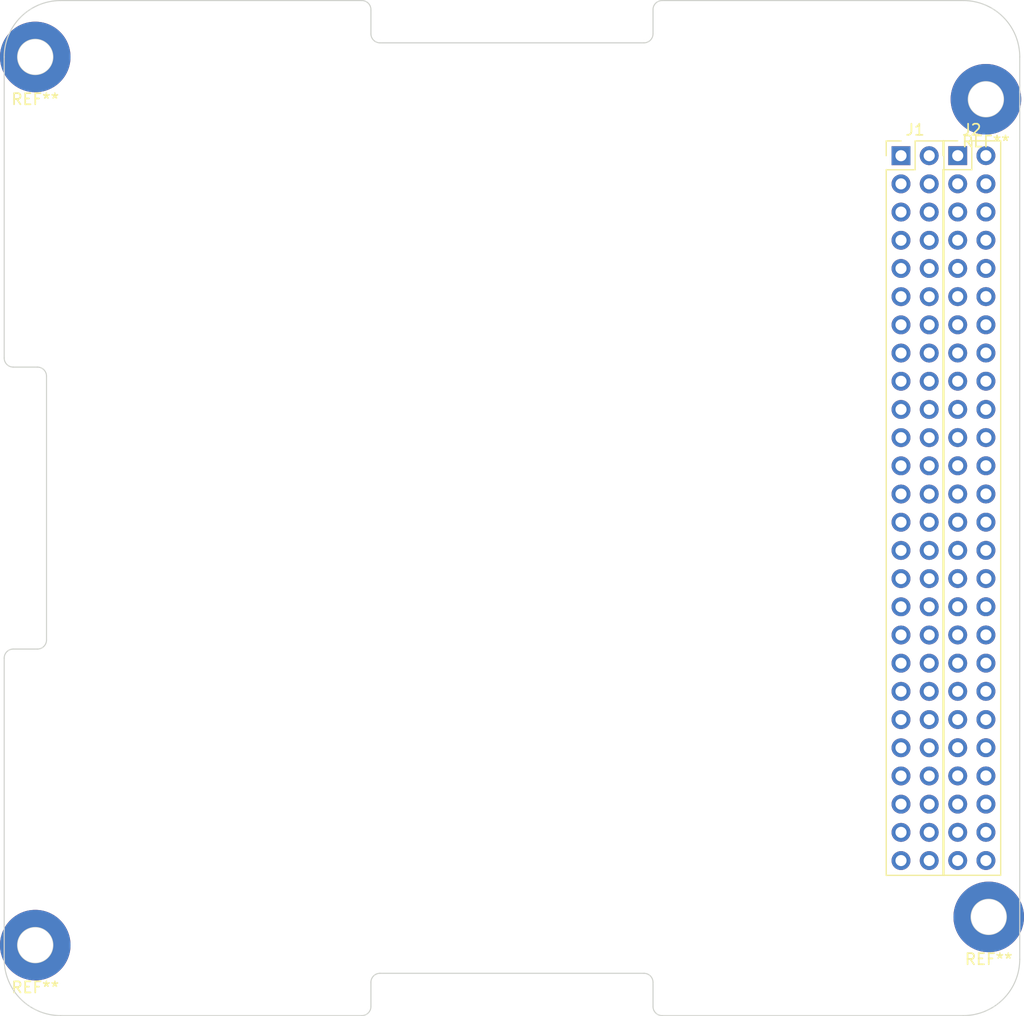
<source format=kicad_pcb>
(kicad_pcb (version 4) (host pcbnew 4.0.7)

  (general
    (links 0)
    (no_connects 0)
    (area 14.085099 14.275599 106.293094 105.815601)
    (thickness 1.6)
    (drawings 36)
    (tracks 0)
    (zones 0)
    (modules 6)
    (nets 105)
  )

  (page A4)
  (layers
    (0 F.Cu signal)
    (31 B.Cu signal)
    (32 B.Adhes user)
    (33 F.Adhes user)
    (34 B.Paste user)
    (35 F.Paste user)
    (36 B.SilkS user)
    (37 F.SilkS user)
    (38 B.Mask user)
    (39 F.Mask user)
    (40 Dwgs.User user hide)
    (41 Cmts.User user)
    (42 Eco1.User user hide)
    (43 Eco2.User user hide)
    (44 Edge.Cuts user)
    (45 Margin user)
    (46 B.CrtYd user hide)
    (47 F.CrtYd user hide)
    (48 B.Fab user hide)
    (49 F.Fab user hide)
  )

  (setup
    (last_trace_width 0.25)
    (trace_clearance 0.2)
    (zone_clearance 0.508)
    (zone_45_only no)
    (trace_min 0.2)
    (segment_width 0.2)
    (edge_width 0.15)
    (via_size 0.6)
    (via_drill 0.4)
    (via_min_size 0.4)
    (via_min_drill 0.3)
    (uvia_size 0.3)
    (uvia_drill 0.1)
    (uvias_allowed no)
    (uvia_min_size 0.2)
    (uvia_min_drill 0.1)
    (pcb_text_width 0.3)
    (pcb_text_size 1.5 1.5)
    (mod_edge_width 0.15)
    (mod_text_size 1 1)
    (mod_text_width 0.15)
    (pad_size 1.524 1.524)
    (pad_drill 0.762)
    (pad_to_mask_clearance 0.2)
    (aux_axis_origin 59.85776 60.04572)
    (grid_origin 59.85776 60.04572)
    (visible_elements 7FFFFFFF)
    (pcbplotparams
      (layerselection 0x00030_80000001)
      (usegerberextensions false)
      (excludeedgelayer true)
      (linewidth 0.100000)
      (plotframeref false)
      (viasonmask false)
      (mode 1)
      (useauxorigin false)
      (hpglpennumber 1)
      (hpglpenspeed 20)
      (hpglpendiameter 15)
      (hpglpenoverlay 2)
      (psnegative false)
      (psa4output false)
      (plotreference true)
      (plotvalue true)
      (plotinvisibletext false)
      (padsonsilk false)
      (subtractmaskfromsilk false)
      (outputformat 1)
      (mirror false)
      (drillshape 1)
      (scaleselection 1)
      (outputdirectory ""))
  )

  (net 0 "")
  (net 1 "Net-(J1-Pad1)")
  (net 2 "Net-(J1-Pad2)")
  (net 3 "Net-(J1-Pad3)")
  (net 4 "Net-(J1-Pad4)")
  (net 5 "Net-(J1-Pad5)")
  (net 6 "Net-(J1-Pad6)")
  (net 7 "Net-(J1-Pad7)")
  (net 8 "Net-(J1-Pad8)")
  (net 9 "Net-(J1-Pad9)")
  (net 10 "Net-(J1-Pad10)")
  (net 11 "Net-(J1-Pad11)")
  (net 12 "Net-(J1-Pad12)")
  (net 13 "Net-(J1-Pad13)")
  (net 14 "Net-(J1-Pad14)")
  (net 15 "Net-(J1-Pad15)")
  (net 16 "Net-(J1-Pad16)")
  (net 17 "Net-(J1-Pad17)")
  (net 18 "Net-(J1-Pad18)")
  (net 19 "Net-(J1-Pad19)")
  (net 20 "Net-(J1-Pad20)")
  (net 21 "Net-(J1-Pad21)")
  (net 22 "Net-(J1-Pad22)")
  (net 23 "Net-(J1-Pad23)")
  (net 24 "Net-(J1-Pad24)")
  (net 25 "Net-(J1-Pad25)")
  (net 26 "Net-(J1-Pad26)")
  (net 27 "Net-(J1-Pad27)")
  (net 28 "Net-(J1-Pad28)")
  (net 29 "Net-(J1-Pad29)")
  (net 30 "Net-(J1-Pad30)")
  (net 31 "Net-(J1-Pad31)")
  (net 32 "Net-(J1-Pad32)")
  (net 33 "Net-(J1-Pad33)")
  (net 34 "Net-(J1-Pad34)")
  (net 35 "Net-(J1-Pad35)")
  (net 36 "Net-(J1-Pad36)")
  (net 37 "Net-(J1-Pad37)")
  (net 38 "Net-(J1-Pad38)")
  (net 39 "Net-(J1-Pad39)")
  (net 40 "Net-(J1-Pad40)")
  (net 41 "Net-(J1-Pad41)")
  (net 42 "Net-(J1-Pad42)")
  (net 43 "Net-(J1-Pad43)")
  (net 44 "Net-(J1-Pad44)")
  (net 45 "Net-(J1-Pad45)")
  (net 46 "Net-(J1-Pad46)")
  (net 47 "Net-(J1-Pad47)")
  (net 48 "Net-(J1-Pad48)")
  (net 49 "Net-(J1-Pad49)")
  (net 50 "Net-(J1-Pad50)")
  (net 51 "Net-(J1-Pad51)")
  (net 52 "Net-(J1-Pad52)")
  (net 53 "Net-(J2-Pad1)")
  (net 54 "Net-(J2-Pad2)")
  (net 55 "Net-(J2-Pad3)")
  (net 56 "Net-(J2-Pad4)")
  (net 57 "Net-(J2-Pad5)")
  (net 58 "Net-(J2-Pad6)")
  (net 59 "Net-(J2-Pad7)")
  (net 60 "Net-(J2-Pad8)")
  (net 61 "Net-(J2-Pad9)")
  (net 62 "Net-(J2-Pad10)")
  (net 63 "Net-(J2-Pad11)")
  (net 64 "Net-(J2-Pad12)")
  (net 65 "Net-(J2-Pad13)")
  (net 66 "Net-(J2-Pad14)")
  (net 67 "Net-(J2-Pad15)")
  (net 68 "Net-(J2-Pad16)")
  (net 69 "Net-(J2-Pad17)")
  (net 70 "Net-(J2-Pad18)")
  (net 71 "Net-(J2-Pad19)")
  (net 72 "Net-(J2-Pad20)")
  (net 73 "Net-(J2-Pad21)")
  (net 74 "Net-(J2-Pad22)")
  (net 75 "Net-(J2-Pad23)")
  (net 76 "Net-(J2-Pad24)")
  (net 77 "Net-(J2-Pad25)")
  (net 78 "Net-(J2-Pad26)")
  (net 79 "Net-(J2-Pad27)")
  (net 80 "Net-(J2-Pad28)")
  (net 81 "Net-(J2-Pad29)")
  (net 82 "Net-(J2-Pad30)")
  (net 83 "Net-(J2-Pad31)")
  (net 84 "Net-(J2-Pad32)")
  (net 85 "Net-(J2-Pad33)")
  (net 86 "Net-(J2-Pad34)")
  (net 87 "Net-(J2-Pad35)")
  (net 88 "Net-(J2-Pad36)")
  (net 89 "Net-(J2-Pad37)")
  (net 90 "Net-(J2-Pad38)")
  (net 91 "Net-(J2-Pad39)")
  (net 92 "Net-(J2-Pad40)")
  (net 93 "Net-(J2-Pad41)")
  (net 94 "Net-(J2-Pad42)")
  (net 95 "Net-(J2-Pad43)")
  (net 96 "Net-(J2-Pad44)")
  (net 97 "Net-(J2-Pad45)")
  (net 98 "Net-(J2-Pad46)")
  (net 99 "Net-(J2-Pad47)")
  (net 100 "Net-(J2-Pad48)")
  (net 101 "Net-(J2-Pad49)")
  (net 102 "Net-(J2-Pad50)")
  (net 103 "Net-(J2-Pad51)")
  (net 104 "Net-(J2-Pad52)")

  (net_class Default "This is the default net class."
    (clearance 0.2)
    (trace_width 0.25)
    (via_dia 0.6)
    (via_drill 0.4)
    (uvia_dia 0.3)
    (uvia_drill 0.1)
    (add_net "Net-(J1-Pad1)")
    (add_net "Net-(J1-Pad10)")
    (add_net "Net-(J1-Pad11)")
    (add_net "Net-(J1-Pad12)")
    (add_net "Net-(J1-Pad13)")
    (add_net "Net-(J1-Pad14)")
    (add_net "Net-(J1-Pad15)")
    (add_net "Net-(J1-Pad16)")
    (add_net "Net-(J1-Pad17)")
    (add_net "Net-(J1-Pad18)")
    (add_net "Net-(J1-Pad19)")
    (add_net "Net-(J1-Pad2)")
    (add_net "Net-(J1-Pad20)")
    (add_net "Net-(J1-Pad21)")
    (add_net "Net-(J1-Pad22)")
    (add_net "Net-(J1-Pad23)")
    (add_net "Net-(J1-Pad24)")
    (add_net "Net-(J1-Pad25)")
    (add_net "Net-(J1-Pad26)")
    (add_net "Net-(J1-Pad27)")
    (add_net "Net-(J1-Pad28)")
    (add_net "Net-(J1-Pad29)")
    (add_net "Net-(J1-Pad3)")
    (add_net "Net-(J1-Pad30)")
    (add_net "Net-(J1-Pad31)")
    (add_net "Net-(J1-Pad32)")
    (add_net "Net-(J1-Pad33)")
    (add_net "Net-(J1-Pad34)")
    (add_net "Net-(J1-Pad35)")
    (add_net "Net-(J1-Pad36)")
    (add_net "Net-(J1-Pad37)")
    (add_net "Net-(J1-Pad38)")
    (add_net "Net-(J1-Pad39)")
    (add_net "Net-(J1-Pad4)")
    (add_net "Net-(J1-Pad40)")
    (add_net "Net-(J1-Pad41)")
    (add_net "Net-(J1-Pad42)")
    (add_net "Net-(J1-Pad43)")
    (add_net "Net-(J1-Pad44)")
    (add_net "Net-(J1-Pad45)")
    (add_net "Net-(J1-Pad46)")
    (add_net "Net-(J1-Pad47)")
    (add_net "Net-(J1-Pad48)")
    (add_net "Net-(J1-Pad49)")
    (add_net "Net-(J1-Pad5)")
    (add_net "Net-(J1-Pad50)")
    (add_net "Net-(J1-Pad51)")
    (add_net "Net-(J1-Pad52)")
    (add_net "Net-(J1-Pad6)")
    (add_net "Net-(J1-Pad7)")
    (add_net "Net-(J1-Pad8)")
    (add_net "Net-(J1-Pad9)")
    (add_net "Net-(J2-Pad1)")
    (add_net "Net-(J2-Pad10)")
    (add_net "Net-(J2-Pad11)")
    (add_net "Net-(J2-Pad12)")
    (add_net "Net-(J2-Pad13)")
    (add_net "Net-(J2-Pad14)")
    (add_net "Net-(J2-Pad15)")
    (add_net "Net-(J2-Pad16)")
    (add_net "Net-(J2-Pad17)")
    (add_net "Net-(J2-Pad18)")
    (add_net "Net-(J2-Pad19)")
    (add_net "Net-(J2-Pad2)")
    (add_net "Net-(J2-Pad20)")
    (add_net "Net-(J2-Pad21)")
    (add_net "Net-(J2-Pad22)")
    (add_net "Net-(J2-Pad23)")
    (add_net "Net-(J2-Pad24)")
    (add_net "Net-(J2-Pad25)")
    (add_net "Net-(J2-Pad26)")
    (add_net "Net-(J2-Pad27)")
    (add_net "Net-(J2-Pad28)")
    (add_net "Net-(J2-Pad29)")
    (add_net "Net-(J2-Pad3)")
    (add_net "Net-(J2-Pad30)")
    (add_net "Net-(J2-Pad31)")
    (add_net "Net-(J2-Pad32)")
    (add_net "Net-(J2-Pad33)")
    (add_net "Net-(J2-Pad34)")
    (add_net "Net-(J2-Pad35)")
    (add_net "Net-(J2-Pad36)")
    (add_net "Net-(J2-Pad37)")
    (add_net "Net-(J2-Pad38)")
    (add_net "Net-(J2-Pad39)")
    (add_net "Net-(J2-Pad4)")
    (add_net "Net-(J2-Pad40)")
    (add_net "Net-(J2-Pad41)")
    (add_net "Net-(J2-Pad42)")
    (add_net "Net-(J2-Pad43)")
    (add_net "Net-(J2-Pad44)")
    (add_net "Net-(J2-Pad45)")
    (add_net "Net-(J2-Pad46)")
    (add_net "Net-(J2-Pad47)")
    (add_net "Net-(J2-Pad48)")
    (add_net "Net-(J2-Pad49)")
    (add_net "Net-(J2-Pad5)")
    (add_net "Net-(J2-Pad50)")
    (add_net "Net-(J2-Pad51)")
    (add_net "Net-(J2-Pad52)")
    (add_net "Net-(J2-Pad6)")
    (add_net "Net-(J2-Pad7)")
    (add_net "Net-(J2-Pad8)")
    (add_net "Net-(J2-Pad9)")
  )

  (module Pin_Headers:Pin_Header_Straight_2x26_Pitch2.54mm (layer F.Cu) (tedit 59650533) (tstamp 59E2CD6E)
    (at 94.88436 28.3008)
    (descr "Through hole straight pin header, 2x26, 2.54mm pitch, double rows")
    (tags "Through hole pin header THT 2x26 2.54mm double row")
    (path /59E2C8CE)
    (fp_text reference J1 (at 1.27 -2.33) (layer F.SilkS)
      (effects (font (size 1 1) (thickness 0.15)))
    )
    (fp_text value CONN_02X26 (at 1.27 65.83) (layer F.Fab)
      (effects (font (size 1 1) (thickness 0.15)))
    )
    (fp_line (start 0 -1.27) (end 3.81 -1.27) (layer F.Fab) (width 0.1))
    (fp_line (start 3.81 -1.27) (end 3.81 64.77) (layer F.Fab) (width 0.1))
    (fp_line (start 3.81 64.77) (end -1.27 64.77) (layer F.Fab) (width 0.1))
    (fp_line (start -1.27 64.77) (end -1.27 0) (layer F.Fab) (width 0.1))
    (fp_line (start -1.27 0) (end 0 -1.27) (layer F.Fab) (width 0.1))
    (fp_line (start -1.33 64.83) (end 3.87 64.83) (layer F.SilkS) (width 0.12))
    (fp_line (start -1.33 1.27) (end -1.33 64.83) (layer F.SilkS) (width 0.12))
    (fp_line (start 3.87 -1.33) (end 3.87 64.83) (layer F.SilkS) (width 0.12))
    (fp_line (start -1.33 1.27) (end 1.27 1.27) (layer F.SilkS) (width 0.12))
    (fp_line (start 1.27 1.27) (end 1.27 -1.33) (layer F.SilkS) (width 0.12))
    (fp_line (start 1.27 -1.33) (end 3.87 -1.33) (layer F.SilkS) (width 0.12))
    (fp_line (start -1.33 0) (end -1.33 -1.33) (layer F.SilkS) (width 0.12))
    (fp_line (start -1.33 -1.33) (end 0 -1.33) (layer F.SilkS) (width 0.12))
    (fp_line (start -1.8 -1.8) (end -1.8 65.3) (layer F.CrtYd) (width 0.05))
    (fp_line (start -1.8 65.3) (end 4.35 65.3) (layer F.CrtYd) (width 0.05))
    (fp_line (start 4.35 65.3) (end 4.35 -1.8) (layer F.CrtYd) (width 0.05))
    (fp_line (start 4.35 -1.8) (end -1.8 -1.8) (layer F.CrtYd) (width 0.05))
    (fp_text user %R (at 1.27 31.75 90) (layer F.Fab)
      (effects (font (size 1 1) (thickness 0.15)))
    )
    (pad 1 thru_hole rect (at 0 0) (size 1.7 1.7) (drill 1) (layers *.Cu *.Mask)
      (net 1 "Net-(J1-Pad1)"))
    (pad 2 thru_hole oval (at 2.54 0) (size 1.7 1.7) (drill 1) (layers *.Cu *.Mask)
      (net 2 "Net-(J1-Pad2)"))
    (pad 3 thru_hole oval (at 0 2.54) (size 1.7 1.7) (drill 1) (layers *.Cu *.Mask)
      (net 3 "Net-(J1-Pad3)"))
    (pad 4 thru_hole oval (at 2.54 2.54) (size 1.7 1.7) (drill 1) (layers *.Cu *.Mask)
      (net 4 "Net-(J1-Pad4)"))
    (pad 5 thru_hole oval (at 0 5.08) (size 1.7 1.7) (drill 1) (layers *.Cu *.Mask)
      (net 5 "Net-(J1-Pad5)"))
    (pad 6 thru_hole oval (at 2.54 5.08) (size 1.7 1.7) (drill 1) (layers *.Cu *.Mask)
      (net 6 "Net-(J1-Pad6)"))
    (pad 7 thru_hole oval (at 0 7.62) (size 1.7 1.7) (drill 1) (layers *.Cu *.Mask)
      (net 7 "Net-(J1-Pad7)"))
    (pad 8 thru_hole oval (at 2.54 7.62) (size 1.7 1.7) (drill 1) (layers *.Cu *.Mask)
      (net 8 "Net-(J1-Pad8)"))
    (pad 9 thru_hole oval (at 0 10.16) (size 1.7 1.7) (drill 1) (layers *.Cu *.Mask)
      (net 9 "Net-(J1-Pad9)"))
    (pad 10 thru_hole oval (at 2.54 10.16) (size 1.7 1.7) (drill 1) (layers *.Cu *.Mask)
      (net 10 "Net-(J1-Pad10)"))
    (pad 11 thru_hole oval (at 0 12.7) (size 1.7 1.7) (drill 1) (layers *.Cu *.Mask)
      (net 11 "Net-(J1-Pad11)"))
    (pad 12 thru_hole oval (at 2.54 12.7) (size 1.7 1.7) (drill 1) (layers *.Cu *.Mask)
      (net 12 "Net-(J1-Pad12)"))
    (pad 13 thru_hole oval (at 0 15.24) (size 1.7 1.7) (drill 1) (layers *.Cu *.Mask)
      (net 13 "Net-(J1-Pad13)"))
    (pad 14 thru_hole oval (at 2.54 15.24) (size 1.7 1.7) (drill 1) (layers *.Cu *.Mask)
      (net 14 "Net-(J1-Pad14)"))
    (pad 15 thru_hole oval (at 0 17.78) (size 1.7 1.7) (drill 1) (layers *.Cu *.Mask)
      (net 15 "Net-(J1-Pad15)"))
    (pad 16 thru_hole oval (at 2.54 17.78) (size 1.7 1.7) (drill 1) (layers *.Cu *.Mask)
      (net 16 "Net-(J1-Pad16)"))
    (pad 17 thru_hole oval (at 0 20.32) (size 1.7 1.7) (drill 1) (layers *.Cu *.Mask)
      (net 17 "Net-(J1-Pad17)"))
    (pad 18 thru_hole oval (at 2.54 20.32) (size 1.7 1.7) (drill 1) (layers *.Cu *.Mask)
      (net 18 "Net-(J1-Pad18)"))
    (pad 19 thru_hole oval (at 0 22.86) (size 1.7 1.7) (drill 1) (layers *.Cu *.Mask)
      (net 19 "Net-(J1-Pad19)"))
    (pad 20 thru_hole oval (at 2.54 22.86) (size 1.7 1.7) (drill 1) (layers *.Cu *.Mask)
      (net 20 "Net-(J1-Pad20)"))
    (pad 21 thru_hole oval (at 0 25.4) (size 1.7 1.7) (drill 1) (layers *.Cu *.Mask)
      (net 21 "Net-(J1-Pad21)"))
    (pad 22 thru_hole oval (at 2.54 25.4) (size 1.7 1.7) (drill 1) (layers *.Cu *.Mask)
      (net 22 "Net-(J1-Pad22)"))
    (pad 23 thru_hole oval (at 0 27.94) (size 1.7 1.7) (drill 1) (layers *.Cu *.Mask)
      (net 23 "Net-(J1-Pad23)"))
    (pad 24 thru_hole oval (at 2.54 27.94) (size 1.7 1.7) (drill 1) (layers *.Cu *.Mask)
      (net 24 "Net-(J1-Pad24)"))
    (pad 25 thru_hole oval (at 0 30.48) (size 1.7 1.7) (drill 1) (layers *.Cu *.Mask)
      (net 25 "Net-(J1-Pad25)"))
    (pad 26 thru_hole oval (at 2.54 30.48) (size 1.7 1.7) (drill 1) (layers *.Cu *.Mask)
      (net 26 "Net-(J1-Pad26)"))
    (pad 27 thru_hole oval (at 0 33.02) (size 1.7 1.7) (drill 1) (layers *.Cu *.Mask)
      (net 27 "Net-(J1-Pad27)"))
    (pad 28 thru_hole oval (at 2.54 33.02) (size 1.7 1.7) (drill 1) (layers *.Cu *.Mask)
      (net 28 "Net-(J1-Pad28)"))
    (pad 29 thru_hole oval (at 0 35.56) (size 1.7 1.7) (drill 1) (layers *.Cu *.Mask)
      (net 29 "Net-(J1-Pad29)"))
    (pad 30 thru_hole oval (at 2.54 35.56) (size 1.7 1.7) (drill 1) (layers *.Cu *.Mask)
      (net 30 "Net-(J1-Pad30)"))
    (pad 31 thru_hole oval (at 0 38.1) (size 1.7 1.7) (drill 1) (layers *.Cu *.Mask)
      (net 31 "Net-(J1-Pad31)"))
    (pad 32 thru_hole oval (at 2.54 38.1) (size 1.7 1.7) (drill 1) (layers *.Cu *.Mask)
      (net 32 "Net-(J1-Pad32)"))
    (pad 33 thru_hole oval (at 0 40.64) (size 1.7 1.7) (drill 1) (layers *.Cu *.Mask)
      (net 33 "Net-(J1-Pad33)"))
    (pad 34 thru_hole oval (at 2.54 40.64) (size 1.7 1.7) (drill 1) (layers *.Cu *.Mask)
      (net 34 "Net-(J1-Pad34)"))
    (pad 35 thru_hole oval (at 0 43.18) (size 1.7 1.7) (drill 1) (layers *.Cu *.Mask)
      (net 35 "Net-(J1-Pad35)"))
    (pad 36 thru_hole oval (at 2.54 43.18) (size 1.7 1.7) (drill 1) (layers *.Cu *.Mask)
      (net 36 "Net-(J1-Pad36)"))
    (pad 37 thru_hole oval (at 0 45.72) (size 1.7 1.7) (drill 1) (layers *.Cu *.Mask)
      (net 37 "Net-(J1-Pad37)"))
    (pad 38 thru_hole oval (at 2.54 45.72) (size 1.7 1.7) (drill 1) (layers *.Cu *.Mask)
      (net 38 "Net-(J1-Pad38)"))
    (pad 39 thru_hole oval (at 0 48.26) (size 1.7 1.7) (drill 1) (layers *.Cu *.Mask)
      (net 39 "Net-(J1-Pad39)"))
    (pad 40 thru_hole oval (at 2.54 48.26) (size 1.7 1.7) (drill 1) (layers *.Cu *.Mask)
      (net 40 "Net-(J1-Pad40)"))
    (pad 41 thru_hole oval (at 0 50.8) (size 1.7 1.7) (drill 1) (layers *.Cu *.Mask)
      (net 41 "Net-(J1-Pad41)"))
    (pad 42 thru_hole oval (at 2.54 50.8) (size 1.7 1.7) (drill 1) (layers *.Cu *.Mask)
      (net 42 "Net-(J1-Pad42)"))
    (pad 43 thru_hole oval (at 0 53.34) (size 1.7 1.7) (drill 1) (layers *.Cu *.Mask)
      (net 43 "Net-(J1-Pad43)"))
    (pad 44 thru_hole oval (at 2.54 53.34) (size 1.7 1.7) (drill 1) (layers *.Cu *.Mask)
      (net 44 "Net-(J1-Pad44)"))
    (pad 45 thru_hole oval (at 0 55.88) (size 1.7 1.7) (drill 1) (layers *.Cu *.Mask)
      (net 45 "Net-(J1-Pad45)"))
    (pad 46 thru_hole oval (at 2.54 55.88) (size 1.7 1.7) (drill 1) (layers *.Cu *.Mask)
      (net 46 "Net-(J1-Pad46)"))
    (pad 47 thru_hole oval (at 0 58.42) (size 1.7 1.7) (drill 1) (layers *.Cu *.Mask)
      (net 47 "Net-(J1-Pad47)"))
    (pad 48 thru_hole oval (at 2.54 58.42) (size 1.7 1.7) (drill 1) (layers *.Cu *.Mask)
      (net 48 "Net-(J1-Pad48)"))
    (pad 49 thru_hole oval (at 0 60.96) (size 1.7 1.7) (drill 1) (layers *.Cu *.Mask)
      (net 49 "Net-(J1-Pad49)"))
    (pad 50 thru_hole oval (at 2.54 60.96) (size 1.7 1.7) (drill 1) (layers *.Cu *.Mask)
      (net 50 "Net-(J1-Pad50)"))
    (pad 51 thru_hole oval (at 0 63.5) (size 1.7 1.7) (drill 1) (layers *.Cu *.Mask)
      (net 51 "Net-(J1-Pad51)"))
    (pad 52 thru_hole oval (at 2.54 63.5) (size 1.7 1.7) (drill 1) (layers *.Cu *.Mask)
      (net 52 "Net-(J1-Pad52)"))
    (model ${KISYS3DMOD}/Pin_Headers.3dshapes/Pin_Header_Straight_2x26_Pitch2.54mm.wrl
      (at (xyz 0 0 0))
      (scale (xyz 1 1 1))
      (rotate (xyz 0 0 0))
    )
  )

  (module Pin_Headers:Pin_Header_Straight_2x26_Pitch2.54mm (layer F.Cu) (tedit 59650533) (tstamp 59E2CDA6)
    (at 99.98976 28.29572)
    (descr "Through hole straight pin header, 2x26, 2.54mm pitch, double rows")
    (tags "Through hole pin header THT 2x26 2.54mm double row")
    (path /59E2C8F9)
    (fp_text reference J2 (at 1.27 -2.33) (layer F.SilkS)
      (effects (font (size 1 1) (thickness 0.15)))
    )
    (fp_text value CONN_02X26 (at 1.27 65.83) (layer F.Fab)
      (effects (font (size 1 1) (thickness 0.15)))
    )
    (fp_line (start 0 -1.27) (end 3.81 -1.27) (layer F.Fab) (width 0.1))
    (fp_line (start 3.81 -1.27) (end 3.81 64.77) (layer F.Fab) (width 0.1))
    (fp_line (start 3.81 64.77) (end -1.27 64.77) (layer F.Fab) (width 0.1))
    (fp_line (start -1.27 64.77) (end -1.27 0) (layer F.Fab) (width 0.1))
    (fp_line (start -1.27 0) (end 0 -1.27) (layer F.Fab) (width 0.1))
    (fp_line (start -1.33 64.83) (end 3.87 64.83) (layer F.SilkS) (width 0.12))
    (fp_line (start -1.33 1.27) (end -1.33 64.83) (layer F.SilkS) (width 0.12))
    (fp_line (start 3.87 -1.33) (end 3.87 64.83) (layer F.SilkS) (width 0.12))
    (fp_line (start -1.33 1.27) (end 1.27 1.27) (layer F.SilkS) (width 0.12))
    (fp_line (start 1.27 1.27) (end 1.27 -1.33) (layer F.SilkS) (width 0.12))
    (fp_line (start 1.27 -1.33) (end 3.87 -1.33) (layer F.SilkS) (width 0.12))
    (fp_line (start -1.33 0) (end -1.33 -1.33) (layer F.SilkS) (width 0.12))
    (fp_line (start -1.33 -1.33) (end 0 -1.33) (layer F.SilkS) (width 0.12))
    (fp_line (start -1.8 -1.8) (end -1.8 65.3) (layer F.CrtYd) (width 0.05))
    (fp_line (start -1.8 65.3) (end 4.35 65.3) (layer F.CrtYd) (width 0.05))
    (fp_line (start 4.35 65.3) (end 4.35 -1.8) (layer F.CrtYd) (width 0.05))
    (fp_line (start 4.35 -1.8) (end -1.8 -1.8) (layer F.CrtYd) (width 0.05))
    (fp_text user %R (at 1.27 31.75 90) (layer F.Fab)
      (effects (font (size 1 1) (thickness 0.15)))
    )
    (pad 1 thru_hole rect (at 0 0) (size 1.7 1.7) (drill 1) (layers *.Cu *.Mask)
      (net 53 "Net-(J2-Pad1)"))
    (pad 2 thru_hole oval (at 2.54 0) (size 1.7 1.7) (drill 1) (layers *.Cu *.Mask)
      (net 54 "Net-(J2-Pad2)"))
    (pad 3 thru_hole oval (at 0 2.54) (size 1.7 1.7) (drill 1) (layers *.Cu *.Mask)
      (net 55 "Net-(J2-Pad3)"))
    (pad 4 thru_hole oval (at 2.54 2.54) (size 1.7 1.7) (drill 1) (layers *.Cu *.Mask)
      (net 56 "Net-(J2-Pad4)"))
    (pad 5 thru_hole oval (at 0 5.08) (size 1.7 1.7) (drill 1) (layers *.Cu *.Mask)
      (net 57 "Net-(J2-Pad5)"))
    (pad 6 thru_hole oval (at 2.54 5.08) (size 1.7 1.7) (drill 1) (layers *.Cu *.Mask)
      (net 58 "Net-(J2-Pad6)"))
    (pad 7 thru_hole oval (at 0 7.62) (size 1.7 1.7) (drill 1) (layers *.Cu *.Mask)
      (net 59 "Net-(J2-Pad7)"))
    (pad 8 thru_hole oval (at 2.54 7.62) (size 1.7 1.7) (drill 1) (layers *.Cu *.Mask)
      (net 60 "Net-(J2-Pad8)"))
    (pad 9 thru_hole oval (at 0 10.16) (size 1.7 1.7) (drill 1) (layers *.Cu *.Mask)
      (net 61 "Net-(J2-Pad9)"))
    (pad 10 thru_hole oval (at 2.54 10.16) (size 1.7 1.7) (drill 1) (layers *.Cu *.Mask)
      (net 62 "Net-(J2-Pad10)"))
    (pad 11 thru_hole oval (at 0 12.7) (size 1.7 1.7) (drill 1) (layers *.Cu *.Mask)
      (net 63 "Net-(J2-Pad11)"))
    (pad 12 thru_hole oval (at 2.54 12.7) (size 1.7 1.7) (drill 1) (layers *.Cu *.Mask)
      (net 64 "Net-(J2-Pad12)"))
    (pad 13 thru_hole oval (at 0 15.24) (size 1.7 1.7) (drill 1) (layers *.Cu *.Mask)
      (net 65 "Net-(J2-Pad13)"))
    (pad 14 thru_hole oval (at 2.54 15.24) (size 1.7 1.7) (drill 1) (layers *.Cu *.Mask)
      (net 66 "Net-(J2-Pad14)"))
    (pad 15 thru_hole oval (at 0 17.78) (size 1.7 1.7) (drill 1) (layers *.Cu *.Mask)
      (net 67 "Net-(J2-Pad15)"))
    (pad 16 thru_hole oval (at 2.54 17.78) (size 1.7 1.7) (drill 1) (layers *.Cu *.Mask)
      (net 68 "Net-(J2-Pad16)"))
    (pad 17 thru_hole oval (at 0 20.32) (size 1.7 1.7) (drill 1) (layers *.Cu *.Mask)
      (net 69 "Net-(J2-Pad17)"))
    (pad 18 thru_hole oval (at 2.54 20.32) (size 1.7 1.7) (drill 1) (layers *.Cu *.Mask)
      (net 70 "Net-(J2-Pad18)"))
    (pad 19 thru_hole oval (at 0 22.86) (size 1.7 1.7) (drill 1) (layers *.Cu *.Mask)
      (net 71 "Net-(J2-Pad19)"))
    (pad 20 thru_hole oval (at 2.54 22.86) (size 1.7 1.7) (drill 1) (layers *.Cu *.Mask)
      (net 72 "Net-(J2-Pad20)"))
    (pad 21 thru_hole oval (at 0 25.4) (size 1.7 1.7) (drill 1) (layers *.Cu *.Mask)
      (net 73 "Net-(J2-Pad21)"))
    (pad 22 thru_hole oval (at 2.54 25.4) (size 1.7 1.7) (drill 1) (layers *.Cu *.Mask)
      (net 74 "Net-(J2-Pad22)"))
    (pad 23 thru_hole oval (at 0 27.94) (size 1.7 1.7) (drill 1) (layers *.Cu *.Mask)
      (net 75 "Net-(J2-Pad23)"))
    (pad 24 thru_hole oval (at 2.54 27.94) (size 1.7 1.7) (drill 1) (layers *.Cu *.Mask)
      (net 76 "Net-(J2-Pad24)"))
    (pad 25 thru_hole oval (at 0 30.48) (size 1.7 1.7) (drill 1) (layers *.Cu *.Mask)
      (net 77 "Net-(J2-Pad25)"))
    (pad 26 thru_hole oval (at 2.54 30.48) (size 1.7 1.7) (drill 1) (layers *.Cu *.Mask)
      (net 78 "Net-(J2-Pad26)"))
    (pad 27 thru_hole oval (at 0 33.02) (size 1.7 1.7) (drill 1) (layers *.Cu *.Mask)
      (net 79 "Net-(J2-Pad27)"))
    (pad 28 thru_hole oval (at 2.54 33.02) (size 1.7 1.7) (drill 1) (layers *.Cu *.Mask)
      (net 80 "Net-(J2-Pad28)"))
    (pad 29 thru_hole oval (at 0 35.56) (size 1.7 1.7) (drill 1) (layers *.Cu *.Mask)
      (net 81 "Net-(J2-Pad29)"))
    (pad 30 thru_hole oval (at 2.54 35.56) (size 1.7 1.7) (drill 1) (layers *.Cu *.Mask)
      (net 82 "Net-(J2-Pad30)"))
    (pad 31 thru_hole oval (at 0 38.1) (size 1.7 1.7) (drill 1) (layers *.Cu *.Mask)
      (net 83 "Net-(J2-Pad31)"))
    (pad 32 thru_hole oval (at 2.54 38.1) (size 1.7 1.7) (drill 1) (layers *.Cu *.Mask)
      (net 84 "Net-(J2-Pad32)"))
    (pad 33 thru_hole oval (at 0 40.64) (size 1.7 1.7) (drill 1) (layers *.Cu *.Mask)
      (net 85 "Net-(J2-Pad33)"))
    (pad 34 thru_hole oval (at 2.54 40.64) (size 1.7 1.7) (drill 1) (layers *.Cu *.Mask)
      (net 86 "Net-(J2-Pad34)"))
    (pad 35 thru_hole oval (at 0 43.18) (size 1.7 1.7) (drill 1) (layers *.Cu *.Mask)
      (net 87 "Net-(J2-Pad35)"))
    (pad 36 thru_hole oval (at 2.54 43.18) (size 1.7 1.7) (drill 1) (layers *.Cu *.Mask)
      (net 88 "Net-(J2-Pad36)"))
    (pad 37 thru_hole oval (at 0 45.72) (size 1.7 1.7) (drill 1) (layers *.Cu *.Mask)
      (net 89 "Net-(J2-Pad37)"))
    (pad 38 thru_hole oval (at 2.54 45.72) (size 1.7 1.7) (drill 1) (layers *.Cu *.Mask)
      (net 90 "Net-(J2-Pad38)"))
    (pad 39 thru_hole oval (at 0 48.26) (size 1.7 1.7) (drill 1) (layers *.Cu *.Mask)
      (net 91 "Net-(J2-Pad39)"))
    (pad 40 thru_hole oval (at 2.54 48.26) (size 1.7 1.7) (drill 1) (layers *.Cu *.Mask)
      (net 92 "Net-(J2-Pad40)"))
    (pad 41 thru_hole oval (at 0 50.8) (size 1.7 1.7) (drill 1) (layers *.Cu *.Mask)
      (net 93 "Net-(J2-Pad41)"))
    (pad 42 thru_hole oval (at 2.54 50.8) (size 1.7 1.7) (drill 1) (layers *.Cu *.Mask)
      (net 94 "Net-(J2-Pad42)"))
    (pad 43 thru_hole oval (at 0 53.34) (size 1.7 1.7) (drill 1) (layers *.Cu *.Mask)
      (net 95 "Net-(J2-Pad43)"))
    (pad 44 thru_hole oval (at 2.54 53.34) (size 1.7 1.7) (drill 1) (layers *.Cu *.Mask)
      (net 96 "Net-(J2-Pad44)"))
    (pad 45 thru_hole oval (at 0 55.88) (size 1.7 1.7) (drill 1) (layers *.Cu *.Mask)
      (net 97 "Net-(J2-Pad45)"))
    (pad 46 thru_hole oval (at 2.54 55.88) (size 1.7 1.7) (drill 1) (layers *.Cu *.Mask)
      (net 98 "Net-(J2-Pad46)"))
    (pad 47 thru_hole oval (at 0 58.42) (size 1.7 1.7) (drill 1) (layers *.Cu *.Mask)
      (net 99 "Net-(J2-Pad47)"))
    (pad 48 thru_hole oval (at 2.54 58.42) (size 1.7 1.7) (drill 1) (layers *.Cu *.Mask)
      (net 100 "Net-(J2-Pad48)"))
    (pad 49 thru_hole oval (at 0 60.96) (size 1.7 1.7) (drill 1) (layers *.Cu *.Mask)
      (net 101 "Net-(J2-Pad49)"))
    (pad 50 thru_hole oval (at 2.54 60.96) (size 1.7 1.7) (drill 1) (layers *.Cu *.Mask)
      (net 102 "Net-(J2-Pad50)"))
    (pad 51 thru_hole oval (at 0 63.5) (size 1.7 1.7) (drill 1) (layers *.Cu *.Mask)
      (net 103 "Net-(J2-Pad51)"))
    (pad 52 thru_hole oval (at 2.54 63.5) (size 1.7 1.7) (drill 1) (layers *.Cu *.Mask)
      (net 104 "Net-(J2-Pad52)"))
    (model ${KISYS3DMOD}/Pin_Headers.3dshapes/Pin_Header_Straight_2x26_Pitch2.54mm.wrl
      (at (xyz 0 0 0))
      (scale (xyz 1 1 1))
      (rotate (xyz 0 0 0))
    )
  )

  (module mounting_holes:0.125in_mounting_hole (layer F.Cu) (tedit 59F3B7D7) (tstamp 59F3BC4D)
    (at 102.52976 23.21572)
    (fp_text reference REF** (at 0 3.81) (layer F.SilkS)
      (effects (font (size 1 1) (thickness 0.15)))
    )
    (fp_text value "0.125in mounting hole" (at 0 -2.54) (layer F.Fab)
      (effects (font (size 0.254 0.254) (thickness 0.0508)))
    )
    (pad "" np_thru_hole circle (at 0 0) (size 6.35 6.35) (drill 3.175) (layers *.Cu *.Mask))
  )

  (module mounting_holes:0.125in_mounting_hole (layer F.Cu) (tedit 59F3B7D7) (tstamp 59F50262)
    (at 102.78376 96.87572)
    (fp_text reference REF** (at 0 3.81) (layer F.SilkS)
      (effects (font (size 1 1) (thickness 0.15)))
    )
    (fp_text value "0.125in mounting hole" (at 0 -2.54) (layer F.Fab)
      (effects (font (size 0.254 0.254) (thickness 0.0508)))
    )
    (pad "" np_thru_hole circle (at 0 0) (size 6.35 6.35) (drill 3.175) (layers *.Cu *.Mask))
  )

  (module mounting_holes:0.125in_mounting_hole (layer F.Cu) (tedit 59F3B7D7) (tstamp 59F50286)
    (at 16.93176 99.41572)
    (fp_text reference REF** (at 0 3.81) (layer F.SilkS)
      (effects (font (size 1 1) (thickness 0.15)))
    )
    (fp_text value "0.125in mounting hole" (at 0 -2.54) (layer F.Fab)
      (effects (font (size 0.254 0.254) (thickness 0.0508)))
    )
    (pad "" np_thru_hole circle (at 0 0) (size 6.35 6.35) (drill 3.175) (layers *.Cu *.Mask))
  )

  (module mounting_holes:0.125in_mounting_hole (layer F.Cu) (tedit 59F3B7D7) (tstamp 59F5029E)
    (at 16.93176 19.40572)
    (fp_text reference REF** (at 0 3.81) (layer F.SilkS)
      (effects (font (size 1 1) (thickness 0.15)))
    )
    (fp_text value "0.125in mounting hole" (at 0 -2.54) (layer F.Fab)
      (effects (font (size 0.254 0.254) (thickness 0.0508)))
    )
    (pad "" np_thru_hole circle (at 0 0) (size 6.35 6.35) (drill 3.175) (layers *.Cu *.Mask))
  )

  (gr_line (start 14.1351 73.563179) (end 14.1351 100.6856) (layer Edge.Cuts) (width 0.1))
  (gr_line (start 17.127521 72.7456) (end 14.952679 72.7456) (layer Edge.Cuts) (width 0.1))
  (gr_line (start 17.9451 48.163179) (end 17.9451 71.928021) (layer Edge.Cuts) (width 0.1))
  (gr_line (start 14.952679 47.3456) (end 17.127521 47.3456) (layer Edge.Cuts) (width 0.1))
  (gr_line (start 14.1351 19.4056) (end 14.1351 46.528021) (layer Edge.Cuts) (width 0.1))
  (gr_line (start 46.337521 14.3256) (end 19.2151 14.3256) (layer Edge.Cuts) (width 0.1))
  (gr_line (start 47.1551 17.318021) (end 47.1551 15.143179) (layer Edge.Cuts) (width 0.1))
  (gr_line (start 71.737521 18.1356) (end 47.972679 18.1356) (layer Edge.Cuts) (width 0.1))
  (gr_line (start 72.5551 15.143179) (end 72.5551 17.318021) (layer Edge.Cuts) (width 0.1))
  (gr_line (start 100.4951 14.3256) (end 73.372679 14.3256) (layer Edge.Cuts) (width 0.1))
  (gr_line (start 105.5751 100.6856) (end 105.5751 19.4056) (layer Edge.Cuts) (width 0.1))
  (gr_line (start 73.372679 105.7656) (end 100.4951 105.7656) (layer Edge.Cuts) (width 0.1))
  (gr_line (start 72.5551 102.773179) (end 72.5551 104.948021) (layer Edge.Cuts) (width 0.1))
  (gr_line (start 47.972679 101.9556) (end 71.737521 101.9556) (layer Edge.Cuts) (width 0.1))
  (gr_line (start 47.1551 104.948021) (end 47.1551 102.773179) (layer Edge.Cuts) (width 0.1))
  (gr_line (start 19.2151 105.7656) (end 46.337521 105.7656) (layer Edge.Cuts) (width 0.1))
  (gr_circle (center 16.9291 19.4056) (end 18.5166 19.4056) (layer Edge.Cuts) (width 0.1))
  (gr_circle (center 16.9291 99.4156) (end 18.5166 99.4156) (layer Edge.Cuts) (width 0.1))
  (gr_circle (center 102.5271 23.2156) (end 104.1146 23.2156) (layer Edge.Cuts) (width 0.1))
  (gr_circle (center 102.7811 96.8756) (end 104.3686 96.8756) (layer Edge.Cuts) (width 0.1))
  (gr_arc (start 73.372679 15.143179) (end 73.372679 14.3256) (angle -90) (layer Edge.Cuts) (width 0.1))
  (gr_arc (start 71.737521 17.318021) (end 71.737521 18.1356) (angle -90) (layer Edge.Cuts) (width 0.1))
  (gr_arc (start 47.972679 17.318021) (end 47.1551 17.318021) (angle -90) (layer Edge.Cuts) (width 0.1))
  (gr_arc (start 46.337521 15.143179) (end 47.1551 15.143179) (angle -90) (layer Edge.Cuts) (width 0.1))
  (gr_arc (start 14.952679 46.528021) (end 14.1351 46.528021) (angle -90) (layer Edge.Cuts) (width 0.1))
  (gr_arc (start 17.127521 48.163179) (end 17.9451 48.163179) (angle -90) (layer Edge.Cuts) (width 0.1))
  (gr_arc (start 17.127521 71.928021) (end 17.127521 72.7456) (angle -90) (layer Edge.Cuts) (width 0.1))
  (gr_arc (start 14.952679 73.563179) (end 14.952679 72.7456) (angle -90) (layer Edge.Cuts) (width 0.1))
  (gr_arc (start 46.337521 104.948021) (end 46.337521 105.7656) (angle -90) (layer Edge.Cuts) (width 0.1))
  (gr_arc (start 47.972679 102.773179) (end 47.972679 101.9556) (angle -90) (layer Edge.Cuts) (width 0.1))
  (gr_arc (start 71.737521 102.773179) (end 72.5551 102.773179) (angle -90) (layer Edge.Cuts) (width 0.1))
  (gr_arc (start 73.372679 104.948021) (end 72.5551 104.948021) (angle -90) (layer Edge.Cuts) (width 0.1))
  (gr_arc (start 19.2151 19.4056) (end 19.2151 14.3256) (angle -90) (layer Edge.Cuts) (width 0.1))
  (gr_arc (start 100.4951 19.4056) (end 105.5751 19.4056) (angle -90) (layer Edge.Cuts) (width 0.1))
  (gr_arc (start 100.4951 100.6856) (end 100.4951 105.7656) (angle -90) (layer Edge.Cuts) (width 0.1))
  (gr_arc (start 19.2151 100.6856) (end 14.1351 100.6856) (angle -90) (layer Edge.Cuts) (width 0.1))

)

</source>
